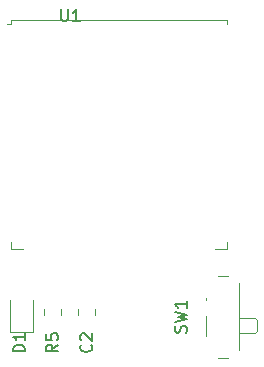
<source format=gbr>
%TF.GenerationSoftware,KiCad,Pcbnew,(6.0.5)*%
%TF.CreationDate,2023-03-06T17:13:13-03:00*%
%TF.ProjectId,ESP32_MicroSD,45535033-325f-44d6-9963-726f53442e6b,rev?*%
%TF.SameCoordinates,Original*%
%TF.FileFunction,Legend,Top*%
%TF.FilePolarity,Positive*%
%FSLAX46Y46*%
G04 Gerber Fmt 4.6, Leading zero omitted, Abs format (unit mm)*
G04 Created by KiCad (PCBNEW (6.0.5)) date 2023-03-06 17:13:13*
%MOMM*%
%LPD*%
G01*
G04 APERTURE LIST*
%ADD10C,0.150000*%
%ADD11C,0.120000*%
G04 APERTURE END LIST*
D10*
%TO.C,C2*%
X80857142Y-103566666D02*
X80904761Y-103614285D01*
X80952380Y-103757142D01*
X80952380Y-103852380D01*
X80904761Y-103995238D01*
X80809523Y-104090476D01*
X80714285Y-104138095D01*
X80523809Y-104185714D01*
X80380952Y-104185714D01*
X80190476Y-104138095D01*
X80095238Y-104090476D01*
X80000000Y-103995238D01*
X79952380Y-103852380D01*
X79952380Y-103757142D01*
X80000000Y-103614285D01*
X80047619Y-103566666D01*
X80047619Y-103185714D02*
X80000000Y-103138095D01*
X79952380Y-103042857D01*
X79952380Y-102804761D01*
X80000000Y-102709523D01*
X80047619Y-102661904D01*
X80142857Y-102614285D01*
X80238095Y-102614285D01*
X80380952Y-102661904D01*
X80952380Y-103233333D01*
X80952380Y-102614285D01*
%TO.C,U1*%
X78338095Y-75152380D02*
X78338095Y-75961904D01*
X78385714Y-76057142D01*
X78433333Y-76104761D01*
X78528571Y-76152380D01*
X78719047Y-76152380D01*
X78814285Y-76104761D01*
X78861904Y-76057142D01*
X78909523Y-75961904D01*
X78909523Y-75152380D01*
X79909523Y-76152380D02*
X79338095Y-76152380D01*
X79623809Y-76152380D02*
X79623809Y-75152380D01*
X79528571Y-75295238D01*
X79433333Y-75390476D01*
X79338095Y-75438095D01*
%TO.C,SW1*%
X88904761Y-102533333D02*
X88952380Y-102390476D01*
X88952380Y-102152380D01*
X88904761Y-102057142D01*
X88857142Y-102009523D01*
X88761904Y-101961904D01*
X88666666Y-101961904D01*
X88571428Y-102009523D01*
X88523809Y-102057142D01*
X88476190Y-102152380D01*
X88428571Y-102342857D01*
X88380952Y-102438095D01*
X88333333Y-102485714D01*
X88238095Y-102533333D01*
X88142857Y-102533333D01*
X88047619Y-102485714D01*
X88000000Y-102438095D01*
X87952380Y-102342857D01*
X87952380Y-102104761D01*
X88000000Y-101961904D01*
X87952380Y-101628571D02*
X88952380Y-101390476D01*
X88238095Y-101200000D01*
X88952380Y-101009523D01*
X87952380Y-100771428D01*
X88952380Y-99866666D02*
X88952380Y-100438095D01*
X88952380Y-100152380D02*
X87952380Y-100152380D01*
X88095238Y-100247619D01*
X88190476Y-100342857D01*
X88238095Y-100438095D01*
%TO.C,R5*%
X78052380Y-103566666D02*
X77576190Y-103900000D01*
X78052380Y-104138095D02*
X77052380Y-104138095D01*
X77052380Y-103757142D01*
X77100000Y-103661904D01*
X77147619Y-103614285D01*
X77242857Y-103566666D01*
X77385714Y-103566666D01*
X77480952Y-103614285D01*
X77528571Y-103661904D01*
X77576190Y-103757142D01*
X77576190Y-104138095D01*
X77052380Y-102661904D02*
X77052380Y-103138095D01*
X77528571Y-103185714D01*
X77480952Y-103138095D01*
X77433333Y-103042857D01*
X77433333Y-102804761D01*
X77480952Y-102709523D01*
X77528571Y-102661904D01*
X77623809Y-102614285D01*
X77861904Y-102614285D01*
X77957142Y-102661904D01*
X78004761Y-102709523D01*
X78052380Y-102804761D01*
X78052380Y-103042857D01*
X78004761Y-103138095D01*
X77957142Y-103185714D01*
%TO.C,D1*%
X75252380Y-104138095D02*
X74252380Y-104138095D01*
X74252380Y-103900000D01*
X74300000Y-103757142D01*
X74395238Y-103661904D01*
X74490476Y-103614285D01*
X74680952Y-103566666D01*
X74823809Y-103566666D01*
X75014285Y-103614285D01*
X75109523Y-103661904D01*
X75204761Y-103757142D01*
X75252380Y-103900000D01*
X75252380Y-104138095D01*
X75252380Y-102614285D02*
X75252380Y-103185714D01*
X75252380Y-102900000D02*
X74252380Y-102900000D01*
X74395238Y-102995238D01*
X74490476Y-103090476D01*
X74538095Y-103185714D01*
D11*
%TO.C,C2*%
X81235000Y-100538748D02*
X81235000Y-101061252D01*
X79765000Y-100538748D02*
X79765000Y-101061252D01*
%TO.C,U1*%
X92370000Y-95470000D02*
X91370000Y-95470000D01*
X92370000Y-94850000D02*
X92370000Y-95470000D01*
X74130000Y-76030000D02*
X92370000Y-76030000D01*
X74130000Y-76450000D02*
X73750000Y-76450000D01*
X92370000Y-76030000D02*
X92370000Y-76450000D01*
X74130000Y-94850000D02*
X74130000Y-95470000D01*
X74130000Y-76030000D02*
X74130000Y-76450000D01*
X74130000Y-95470000D02*
X75130000Y-95470000D01*
%TO.C,SW1*%
X90580000Y-99800000D02*
X90580000Y-99600000D01*
X93430000Y-104050000D02*
X93430000Y-98350000D01*
X94720000Y-101300000D02*
X93430000Y-101300000D01*
X94720000Y-101300000D02*
X94930000Y-101500000D01*
X94930000Y-102400000D02*
X94930000Y-101500000D01*
X91630000Y-104650000D02*
X92420000Y-104650000D01*
X94720000Y-102600000D02*
X94930000Y-102400000D01*
X93430000Y-102600000D02*
X94720000Y-102600000D01*
X92420000Y-97750000D02*
X91630000Y-97750000D01*
X90580000Y-102800000D02*
X90580000Y-101100000D01*
%TO.C,R5*%
X76865000Y-101027064D02*
X76865000Y-100572936D01*
X78335000Y-101027064D02*
X78335000Y-100572936D01*
%TO.C,D1*%
X75960000Y-102485000D02*
X75960000Y-99800000D01*
X74040000Y-102485000D02*
X75960000Y-102485000D01*
X74040000Y-99800000D02*
X74040000Y-102485000D01*
%TD*%
M02*

</source>
